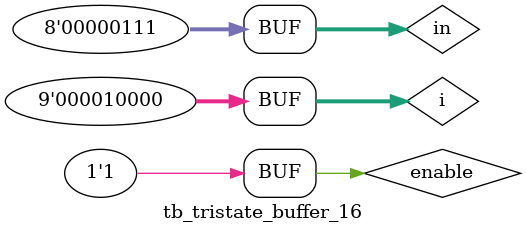
<source format=v>
`timescale 1ns / 1ps

module tb_tristate_buffer_16();

    localparam period = 1;
    reg [8:0] i = 0;
    reg enable;
    reg [7:0] in;
    wire [7:0] out;
    tristate_buffer_16 dut (.enable(enable),
                            .in(in),
                            .out(out));
    // loop through all inputs
    initial begin
        for (i = 0; i < 16; i = i + 1) begin
            {in, enable} = i;
            #period; // wait for period 
        end
    end
    
endmodule

</source>
